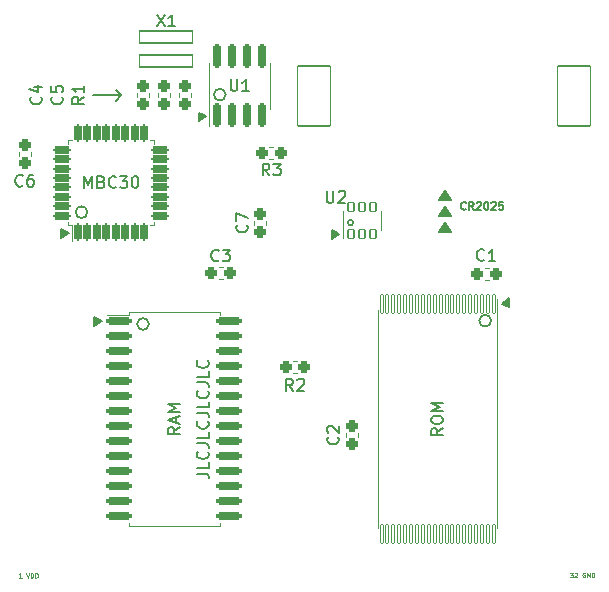
<source format=gbr>
G04 #@! TF.GenerationSoftware,KiCad,Pcbnew,(6.0.8)*
G04 #@! TF.CreationDate,2022-12-27T12:07:26-05:00*
G04 #@! TF.ProjectId,mbc30flash,6d626333-3066-46c6-9173-682e6b696361,rev?*
G04 #@! TF.SameCoordinates,Original*
G04 #@! TF.FileFunction,Legend,Top*
G04 #@! TF.FilePolarity,Positive*
%FSLAX46Y46*%
G04 Gerber Fmt 4.6, Leading zero omitted, Abs format (unit mm)*
G04 Created by KiCad (PCBNEW (6.0.8)) date 2022-12-27 12:07:26*
%MOMM*%
%LPD*%
G01*
G04 APERTURE LIST*
G04 Aperture macros list*
%AMRoundRect*
0 Rectangle with rounded corners*
0 $1 Rounding radius*
0 $2 $3 $4 $5 $6 $7 $8 $9 X,Y pos of 4 corners*
0 Add a 4 corners polygon primitive as box body*
4,1,4,$2,$3,$4,$5,$6,$7,$8,$9,$2,$3,0*
0 Add four circle primitives for the rounded corners*
1,1,$1+$1,$2,$3*
1,1,$1+$1,$4,$5*
1,1,$1+$1,$6,$7*
1,1,$1+$1,$8,$9*
0 Add four rect primitives between the rounded corners*
20,1,$1+$1,$2,$3,$4,$5,0*
20,1,$1+$1,$4,$5,$6,$7,0*
20,1,$1+$1,$6,$7,$8,$9,0*
20,1,$1+$1,$8,$9,$2,$3,0*%
G04 Aperture macros list end*
%ADD10C,0.150000*%
%ADD11C,0.200000*%
%ADD12C,0.050800*%
%ADD13C,0.120000*%
%ADD14C,0.100000*%
%ADD15C,0.223800*%
%ADD16RoundRect,0.269550X0.218750X0.256250X-0.218750X0.256250X-0.218750X-0.256250X0.218750X-0.256250X0*%
%ADD17RoundRect,0.269550X-0.256250X0.218750X-0.256250X-0.218750X0.256250X-0.218750X0.256250X0.218750X0*%
%ADD18RoundRect,0.269550X0.256250X-0.218750X0.256250X0.218750X-0.256250X0.218750X-0.256250X-0.218750X0*%
%ADD19RoundRect,0.269550X-0.218750X-0.256250X0.218750X-0.256250X0.218750X0.256250X-0.218750X0.256250X0*%
%ADD20RoundRect,0.050800X-0.125000X0.800000X-0.125000X-0.800000X0.125000X-0.800000X0.125000X0.800000X0*%
%ADD21RoundRect,0.050800X2.275000X-0.500000X2.275000X0.500000X-2.275000X0.500000X-2.275000X-0.500000X0*%
%ADD22RoundRect,0.200800X0.150000X-0.825000X0.150000X0.825000X-0.150000X0.825000X-0.150000X-0.825000X0*%
%ADD23RoundRect,0.050800X-1.395000X-2.540000X1.395000X-2.540000X1.395000X2.540000X-1.395000X2.540000X0*%
%ADD24C,12.801600*%
%ADD25RoundRect,0.200800X-0.875000X-0.150000X0.875000X-0.150000X0.875000X0.150000X-0.875000X0.150000X0*%
%ADD26RoundRect,0.050800X0.255000X-0.350000X0.255000X0.350000X-0.255000X0.350000X-0.255000X-0.350000X0*%
%ADD27RoundRect,0.175800X0.125000X-0.625000X0.125000X0.625000X-0.125000X0.625000X-0.125000X-0.625000X0*%
%ADD28RoundRect,0.175800X0.625000X-0.125000X0.625000X0.125000X-0.625000X0.125000X-0.625000X-0.125000X0*%
%ADD29C,0.901600*%
%ADD30R,1.800000X3.300000*%
%ADD31R,1.000000X1.000000*%
%ADD32R,3.000000X1.000000*%
G04 APERTURE END LIST*
D10*
X77232541Y-99929920D02*
G75*
G03*
X77232541Y-99929920I-499141J0D01*
G01*
X106203781Y-99647980D02*
G75*
G03*
X106203781Y-99647980I-499141J0D01*
G01*
X94530677Y-91350000D02*
G75*
G03*
X94530677Y-91350000I-230677J0D01*
G01*
X83730621Y-80506600D02*
G75*
G03*
X83730621Y-80506600I-499141J0D01*
G01*
X74430380Y-80088740D02*
X74892660Y-80551020D01*
X74892660Y-80551020D02*
X74430380Y-81013300D01*
D11*
G36*
X102819200Y-90779600D02*
G01*
X101819200Y-90778538D01*
X102321356Y-90029600D01*
X102819200Y-90779600D01*
G37*
X102819200Y-90779600D02*
X101819200Y-90778538D01*
X102321356Y-90029600D01*
X102819200Y-90779600D01*
G36*
X82100000Y-82325000D02*
G01*
X81500000Y-82775000D01*
X81500000Y-82025000D01*
X82100000Y-82325000D01*
G37*
X82100000Y-82325000D02*
X81500000Y-82775000D01*
X81500000Y-82025000D01*
X82100000Y-82325000D01*
G36*
X107700000Y-98500000D02*
G01*
X107100000Y-98200000D01*
X107700000Y-97750000D01*
X107700000Y-98500000D01*
G37*
X107700000Y-98500000D02*
X107100000Y-98200000D01*
X107700000Y-97750000D01*
X107700000Y-98500000D01*
G36*
X93350000Y-92275000D02*
G01*
X92750000Y-92725000D01*
X92750000Y-91975000D01*
X93350000Y-92275000D01*
G37*
X93350000Y-92275000D02*
X92750000Y-92725000D01*
X92750000Y-91975000D01*
X93350000Y-92275000D01*
D10*
X72538080Y-80551020D02*
X74892660Y-80551020D01*
X72023001Y-90462100D02*
G75*
G03*
X72023001Y-90462100I-499141J0D01*
G01*
D11*
G36*
X102829336Y-92132089D02*
G01*
X101829336Y-92131027D01*
X102331492Y-91382089D01*
X102829336Y-92132089D01*
G37*
X102829336Y-92132089D02*
X101829336Y-92131027D01*
X102331492Y-91382089D01*
X102829336Y-92132089D01*
G36*
X73220000Y-99660000D02*
G01*
X72620000Y-100110000D01*
X72620000Y-99360000D01*
X73220000Y-99660000D01*
G37*
X73220000Y-99660000D02*
X72620000Y-100110000D01*
X72620000Y-99360000D01*
X73220000Y-99660000D01*
G36*
X70425000Y-92200000D02*
G01*
X69825000Y-92650000D01*
X69825000Y-91900000D01*
X70425000Y-92200000D01*
G37*
X70425000Y-92200000D02*
X69825000Y-92650000D01*
X69825000Y-91900000D01*
X70425000Y-92200000D01*
G36*
X102809064Y-89427111D02*
G01*
X101809064Y-89426049D01*
X102311220Y-88677111D01*
X102809064Y-89427111D01*
G37*
X102809064Y-89427111D02*
X101809064Y-89426049D01*
X102311220Y-88677111D01*
X102809064Y-89427111D01*
D10*
X81293720Y-112586827D02*
X82008006Y-112586827D01*
X82150863Y-112634446D01*
X82246101Y-112729684D01*
X82293720Y-112872541D01*
X82293720Y-112967780D01*
X82293720Y-111634446D02*
X82293720Y-112110637D01*
X81293720Y-112110637D01*
X82198482Y-110729684D02*
X82246101Y-110777303D01*
X82293720Y-110920160D01*
X82293720Y-111015399D01*
X82246101Y-111158256D01*
X82150863Y-111253494D01*
X82055625Y-111301113D01*
X81865149Y-111348732D01*
X81722292Y-111348732D01*
X81531816Y-111301113D01*
X81436578Y-111253494D01*
X81341340Y-111158256D01*
X81293720Y-111015399D01*
X81293720Y-110920160D01*
X81341340Y-110777303D01*
X81388959Y-110729684D01*
X81293720Y-110015399D02*
X82008006Y-110015399D01*
X82150863Y-110063018D01*
X82246101Y-110158256D01*
X82293720Y-110301113D01*
X82293720Y-110396351D01*
X82293720Y-109063018D02*
X82293720Y-109539208D01*
X81293720Y-109539208D01*
X82198482Y-108158256D02*
X82246101Y-108205875D01*
X82293720Y-108348732D01*
X82293720Y-108443970D01*
X82246101Y-108586827D01*
X82150863Y-108682065D01*
X82055625Y-108729684D01*
X81865149Y-108777303D01*
X81722292Y-108777303D01*
X81531816Y-108729684D01*
X81436578Y-108682065D01*
X81341340Y-108586827D01*
X81293720Y-108443970D01*
X81293720Y-108348732D01*
X81341340Y-108205875D01*
X81388959Y-108158256D01*
X81293720Y-107443970D02*
X82008006Y-107443970D01*
X82150863Y-107491589D01*
X82246101Y-107586827D01*
X82293720Y-107729684D01*
X82293720Y-107824922D01*
X82293720Y-106491589D02*
X82293720Y-106967780D01*
X81293720Y-106967780D01*
X82198482Y-105586827D02*
X82246101Y-105634446D01*
X82293720Y-105777303D01*
X82293720Y-105872541D01*
X82246101Y-106015399D01*
X82150863Y-106110637D01*
X82055625Y-106158256D01*
X81865149Y-106205875D01*
X81722292Y-106205875D01*
X81531816Y-106158256D01*
X81436578Y-106110637D01*
X81341340Y-106015399D01*
X81293720Y-105872541D01*
X81293720Y-105777303D01*
X81341340Y-105634446D01*
X81388959Y-105586827D01*
X81293720Y-104872541D02*
X82008006Y-104872541D01*
X82150863Y-104920160D01*
X82246101Y-105015399D01*
X82293720Y-105158256D01*
X82293720Y-105253494D01*
X82293720Y-103920160D02*
X82293720Y-104396351D01*
X81293720Y-104396351D01*
X82198482Y-103015399D02*
X82246101Y-103063018D01*
X82293720Y-103205875D01*
X82293720Y-103301113D01*
X82246101Y-103443970D01*
X82150863Y-103539208D01*
X82055625Y-103586827D01*
X81865149Y-103634446D01*
X81722292Y-103634446D01*
X81531816Y-103586827D01*
X81436578Y-103539208D01*
X81341340Y-103443970D01*
X81293720Y-103301113D01*
X81293720Y-103205875D01*
X81341340Y-103063018D01*
X81388959Y-103015399D01*
D12*
X66444428Y-121397357D02*
X66226714Y-121397357D01*
X66335571Y-121397357D02*
X66335571Y-121016357D01*
X66299285Y-121070785D01*
X66263000Y-121107071D01*
X66226714Y-121125214D01*
X66843571Y-121016357D02*
X66970571Y-121397357D01*
X67097571Y-121016357D01*
X67224571Y-121397357D02*
X67224571Y-121016357D01*
X67315285Y-121016357D01*
X67369714Y-121034500D01*
X67406000Y-121070785D01*
X67424142Y-121107071D01*
X67442285Y-121179642D01*
X67442285Y-121234071D01*
X67424142Y-121306642D01*
X67406000Y-121342928D01*
X67369714Y-121379214D01*
X67315285Y-121397357D01*
X67224571Y-121397357D01*
X67605571Y-121397357D02*
X67605571Y-121016357D01*
X67696285Y-121016357D01*
X67750714Y-121034500D01*
X67787000Y-121070785D01*
X67805142Y-121107071D01*
X67823285Y-121179642D01*
X67823285Y-121234071D01*
X67805142Y-121306642D01*
X67787000Y-121342928D01*
X67750714Y-121379214D01*
X67696285Y-121397357D01*
X67605571Y-121397357D01*
D10*
X105616333Y-94497142D02*
X105568714Y-94544761D01*
X105425857Y-94592380D01*
X105330619Y-94592380D01*
X105187761Y-94544761D01*
X105092523Y-94449523D01*
X105044904Y-94354285D01*
X104997285Y-94163809D01*
X104997285Y-94020952D01*
X105044904Y-93830476D01*
X105092523Y-93735238D01*
X105187761Y-93640000D01*
X105330619Y-93592380D01*
X105425857Y-93592380D01*
X105568714Y-93640000D01*
X105616333Y-93687619D01*
X106568714Y-94592380D02*
X105997285Y-94592380D01*
X106283000Y-94592380D02*
X106283000Y-93592380D01*
X106187761Y-93735238D01*
X106092523Y-93830476D01*
X105997285Y-93878095D01*
X93233142Y-109504166D02*
X93280761Y-109551785D01*
X93328380Y-109694642D01*
X93328380Y-109789880D01*
X93280761Y-109932738D01*
X93185523Y-110027976D01*
X93090285Y-110075595D01*
X92899809Y-110123214D01*
X92756952Y-110123214D01*
X92566476Y-110075595D01*
X92471238Y-110027976D01*
X92376000Y-109932738D01*
X92328380Y-109789880D01*
X92328380Y-109694642D01*
X92376000Y-109551785D01*
X92423619Y-109504166D01*
X92423619Y-109123214D02*
X92376000Y-109075595D01*
X92328380Y-108980357D01*
X92328380Y-108742261D01*
X92376000Y-108647023D01*
X92423619Y-108599404D01*
X92518857Y-108551785D01*
X92614095Y-108551785D01*
X92756952Y-108599404D01*
X93328380Y-109170833D01*
X93328380Y-108551785D01*
X68070981Y-80689766D02*
X68118600Y-80737385D01*
X68166219Y-80880242D01*
X68166219Y-80975480D01*
X68118600Y-81118338D01*
X68023362Y-81213576D01*
X67928124Y-81261195D01*
X67737648Y-81308814D01*
X67594791Y-81308814D01*
X67404315Y-81261195D01*
X67309077Y-81213576D01*
X67213839Y-81118338D01*
X67166219Y-80975480D01*
X67166219Y-80880242D01*
X67213839Y-80737385D01*
X67261458Y-80689766D01*
X67499553Y-79832623D02*
X68166219Y-79832623D01*
X67118600Y-80070719D02*
X67832886Y-80308814D01*
X67832886Y-79689766D01*
X69861061Y-80689766D02*
X69908680Y-80737385D01*
X69956299Y-80880242D01*
X69956299Y-80975480D01*
X69908680Y-81118338D01*
X69813442Y-81213576D01*
X69718204Y-81261195D01*
X69527728Y-81308814D01*
X69384871Y-81308814D01*
X69194395Y-81261195D01*
X69099157Y-81213576D01*
X69003919Y-81118338D01*
X68956299Y-80975480D01*
X68956299Y-80880242D01*
X69003919Y-80737385D01*
X69051538Y-80689766D01*
X68956299Y-79785004D02*
X68956299Y-80261195D01*
X69432490Y-80308814D01*
X69384871Y-80261195D01*
X69337252Y-80165957D01*
X69337252Y-79927861D01*
X69384871Y-79832623D01*
X69432490Y-79785004D01*
X69527728Y-79737385D01*
X69765823Y-79737385D01*
X69861061Y-79785004D01*
X69908680Y-79832623D01*
X69956299Y-79927861D01*
X69956299Y-80165957D01*
X69908680Y-80261195D01*
X69861061Y-80308814D01*
X85527142Y-91548266D02*
X85574761Y-91595885D01*
X85622380Y-91738742D01*
X85622380Y-91833980D01*
X85574761Y-91976838D01*
X85479523Y-92072076D01*
X85384285Y-92119695D01*
X85193809Y-92167314D01*
X85050952Y-92167314D01*
X84860476Y-92119695D01*
X84765238Y-92072076D01*
X84670000Y-91976838D01*
X84622380Y-91833980D01*
X84622380Y-91738742D01*
X84670000Y-91595885D01*
X84717619Y-91548266D01*
X84622380Y-91214933D02*
X84622380Y-90548266D01*
X85622380Y-90976838D01*
X89420833Y-105576380D02*
X89087500Y-105100190D01*
X88849404Y-105576380D02*
X88849404Y-104576380D01*
X89230357Y-104576380D01*
X89325595Y-104624000D01*
X89373214Y-104671619D01*
X89420833Y-104766857D01*
X89420833Y-104909714D01*
X89373214Y-105004952D01*
X89325595Y-105052571D01*
X89230357Y-105100190D01*
X88849404Y-105100190D01*
X89801785Y-104671619D02*
X89849404Y-104624000D01*
X89944642Y-104576380D01*
X90182738Y-104576380D01*
X90277976Y-104624000D01*
X90325595Y-104671619D01*
X90373214Y-104766857D01*
X90373214Y-104862095D01*
X90325595Y-105004952D01*
X89754166Y-105576380D01*
X90373214Y-105576380D01*
X87431133Y-87353380D02*
X87097800Y-86877190D01*
X86859704Y-87353380D02*
X86859704Y-86353380D01*
X87240657Y-86353380D01*
X87335895Y-86401000D01*
X87383514Y-86448619D01*
X87431133Y-86543857D01*
X87431133Y-86686714D01*
X87383514Y-86781952D01*
X87335895Y-86829571D01*
X87240657Y-86877190D01*
X86859704Y-86877190D01*
X87764466Y-86353380D02*
X88383514Y-86353380D01*
X88050180Y-86734333D01*
X88193038Y-86734333D01*
X88288276Y-86781952D01*
X88335895Y-86829571D01*
X88383514Y-86924809D01*
X88383514Y-87162904D01*
X88335895Y-87258142D01*
X88288276Y-87305761D01*
X88193038Y-87353380D01*
X87907323Y-87353380D01*
X87812085Y-87305761D01*
X87764466Y-87258142D01*
X102133660Y-108755714D02*
X101657470Y-109089047D01*
X102133660Y-109327142D02*
X101133660Y-109327142D01*
X101133660Y-108946190D01*
X101181280Y-108850952D01*
X101228899Y-108803333D01*
X101324137Y-108755714D01*
X101466994Y-108755714D01*
X101562232Y-108803333D01*
X101609851Y-108850952D01*
X101657470Y-108946190D01*
X101657470Y-109327142D01*
X101133660Y-108136666D02*
X101133660Y-107946190D01*
X101181280Y-107850952D01*
X101276518Y-107755714D01*
X101466994Y-107708095D01*
X101800327Y-107708095D01*
X101990803Y-107755714D01*
X102086041Y-107850952D01*
X102133660Y-107946190D01*
X102133660Y-108136666D01*
X102086041Y-108231904D01*
X101990803Y-108327142D01*
X101800327Y-108374761D01*
X101466994Y-108374761D01*
X101276518Y-108327142D01*
X101181280Y-108231904D01*
X101133660Y-108136666D01*
X102133660Y-107279523D02*
X101133660Y-107279523D01*
X101847946Y-106946190D01*
X101133660Y-106612857D01*
X102133660Y-106612857D01*
X77888676Y-73731180D02*
X78555342Y-74731180D01*
X78555342Y-73731180D02*
X77888676Y-74731180D01*
X79460104Y-74731180D02*
X78888676Y-74731180D01*
X79174390Y-74731180D02*
X79174390Y-73731180D01*
X79079152Y-73874038D01*
X78983914Y-73969276D01*
X78888676Y-74016895D01*
X71746379Y-80689766D02*
X71270189Y-81023100D01*
X71746379Y-81261195D02*
X70746379Y-81261195D01*
X70746379Y-80880242D01*
X70793999Y-80785004D01*
X70841618Y-80737385D01*
X70936856Y-80689766D01*
X71079713Y-80689766D01*
X71174951Y-80737385D01*
X71222570Y-80785004D01*
X71270189Y-80880242D01*
X71270189Y-81261195D01*
X71746379Y-79737385D02*
X71746379Y-80308814D01*
X71746379Y-80023100D02*
X70746379Y-80023100D01*
X70889237Y-80118338D01*
X70984475Y-80213576D01*
X71032094Y-80308814D01*
X84142675Y-79200780D02*
X84142675Y-80010304D01*
X84190294Y-80105542D01*
X84237913Y-80153161D01*
X84333151Y-80200780D01*
X84523627Y-80200780D01*
X84618865Y-80153161D01*
X84666484Y-80105542D01*
X84714103Y-80010304D01*
X84714103Y-79200780D01*
X85714103Y-80200780D02*
X85142675Y-80200780D01*
X85428389Y-80200780D02*
X85428389Y-79200780D01*
X85333151Y-79343638D01*
X85237913Y-79438876D01*
X85142675Y-79486495D01*
X104069657Y-90185285D02*
X104038285Y-90216657D01*
X103944171Y-90248028D01*
X103881428Y-90248028D01*
X103787314Y-90216657D01*
X103724571Y-90153914D01*
X103693200Y-90091171D01*
X103661828Y-89965685D01*
X103661828Y-89871571D01*
X103693200Y-89746085D01*
X103724571Y-89683342D01*
X103787314Y-89620600D01*
X103881428Y-89589228D01*
X103944171Y-89589228D01*
X104038285Y-89620600D01*
X104069657Y-89651971D01*
X104728457Y-90248028D02*
X104508857Y-89934314D01*
X104352000Y-90248028D02*
X104352000Y-89589228D01*
X104602971Y-89589228D01*
X104665714Y-89620600D01*
X104697085Y-89651971D01*
X104728457Y-89714714D01*
X104728457Y-89808828D01*
X104697085Y-89871571D01*
X104665714Y-89902942D01*
X104602971Y-89934314D01*
X104352000Y-89934314D01*
X104979428Y-89651971D02*
X105010800Y-89620600D01*
X105073542Y-89589228D01*
X105230400Y-89589228D01*
X105293142Y-89620600D01*
X105324514Y-89651971D01*
X105355885Y-89714714D01*
X105355885Y-89777457D01*
X105324514Y-89871571D01*
X104948057Y-90248028D01*
X105355885Y-90248028D01*
X105763714Y-89589228D02*
X105826457Y-89589228D01*
X105889200Y-89620600D01*
X105920571Y-89651971D01*
X105951942Y-89714714D01*
X105983314Y-89840200D01*
X105983314Y-89997057D01*
X105951942Y-90122542D01*
X105920571Y-90185285D01*
X105889200Y-90216657D01*
X105826457Y-90248028D01*
X105763714Y-90248028D01*
X105700971Y-90216657D01*
X105669600Y-90185285D01*
X105638228Y-90122542D01*
X105606857Y-89997057D01*
X105606857Y-89840200D01*
X105638228Y-89714714D01*
X105669600Y-89651971D01*
X105700971Y-89620600D01*
X105763714Y-89589228D01*
X106234285Y-89651971D02*
X106265657Y-89620600D01*
X106328400Y-89589228D01*
X106485257Y-89589228D01*
X106548000Y-89620600D01*
X106579371Y-89651971D01*
X106610742Y-89714714D01*
X106610742Y-89777457D01*
X106579371Y-89871571D01*
X106202914Y-90248028D01*
X106610742Y-90248028D01*
X107206800Y-89589228D02*
X106893085Y-89589228D01*
X106861714Y-89902942D01*
X106893085Y-89871571D01*
X106955828Y-89840200D01*
X107112685Y-89840200D01*
X107175428Y-89871571D01*
X107206800Y-89902942D01*
X107238171Y-89965685D01*
X107238171Y-90122542D01*
X107206800Y-90185285D01*
X107175428Y-90216657D01*
X107112685Y-90248028D01*
X106955828Y-90248028D01*
X106893085Y-90216657D01*
X106861714Y-90185285D01*
X79842780Y-108660796D02*
X79366590Y-108994129D01*
X79842780Y-109232224D02*
X78842780Y-109232224D01*
X78842780Y-108851272D01*
X78890400Y-108756034D01*
X78938019Y-108708415D01*
X79033257Y-108660796D01*
X79176114Y-108660796D01*
X79271352Y-108708415D01*
X79318971Y-108756034D01*
X79366590Y-108851272D01*
X79366590Y-109232224D01*
X79557066Y-108279843D02*
X79557066Y-107803653D01*
X79842780Y-108375081D02*
X78842780Y-108041748D01*
X79842780Y-107708415D01*
X79842780Y-107375081D02*
X78842780Y-107375081D01*
X79557066Y-107041748D01*
X78842780Y-106708415D01*
X79842780Y-106708415D01*
X92288095Y-88652380D02*
X92288095Y-89461904D01*
X92335714Y-89557142D01*
X92383333Y-89604761D01*
X92478571Y-89652380D01*
X92669047Y-89652380D01*
X92764285Y-89604761D01*
X92811904Y-89557142D01*
X92859523Y-89461904D01*
X92859523Y-88652380D01*
X93288095Y-88747619D02*
X93335714Y-88700000D01*
X93430952Y-88652380D01*
X93669047Y-88652380D01*
X93764285Y-88700000D01*
X93811904Y-88747619D01*
X93859523Y-88842857D01*
X93859523Y-88938095D01*
X93811904Y-89080952D01*
X93240476Y-89652380D01*
X93859523Y-89652380D01*
X66546433Y-88192882D02*
X66498814Y-88240501D01*
X66355957Y-88288120D01*
X66260719Y-88288120D01*
X66117861Y-88240501D01*
X66022623Y-88145263D01*
X65975004Y-88050025D01*
X65927385Y-87859549D01*
X65927385Y-87716692D01*
X65975004Y-87526216D01*
X66022623Y-87430978D01*
X66117861Y-87335740D01*
X66260719Y-87288120D01*
X66355957Y-87288120D01*
X66498814Y-87335740D01*
X66546433Y-87383359D01*
X67403576Y-87288120D02*
X67213100Y-87288120D01*
X67117861Y-87335740D01*
X67070242Y-87383359D01*
X66975004Y-87526216D01*
X66927385Y-87716692D01*
X66927385Y-88097644D01*
X66975004Y-88192882D01*
X67022623Y-88240501D01*
X67117861Y-88288120D01*
X67308338Y-88288120D01*
X67403576Y-88240501D01*
X67451195Y-88192882D01*
X67498814Y-88097644D01*
X67498814Y-87859549D01*
X67451195Y-87764311D01*
X67403576Y-87716692D01*
X67308338Y-87669073D01*
X67117861Y-87669073D01*
X67022623Y-87716692D01*
X66975004Y-87764311D01*
X66927385Y-87859549D01*
X71727345Y-88415080D02*
X71727345Y-87415080D01*
X72060679Y-88129366D01*
X72394012Y-87415080D01*
X72394012Y-88415080D01*
X73203536Y-87891271D02*
X73346393Y-87938890D01*
X73394012Y-87986509D01*
X73441631Y-88081747D01*
X73441631Y-88224604D01*
X73394012Y-88319842D01*
X73346393Y-88367461D01*
X73251155Y-88415080D01*
X72870202Y-88415080D01*
X72870202Y-87415080D01*
X73203536Y-87415080D01*
X73298774Y-87462700D01*
X73346393Y-87510319D01*
X73394012Y-87605557D01*
X73394012Y-87700795D01*
X73346393Y-87796033D01*
X73298774Y-87843652D01*
X73203536Y-87891271D01*
X72870202Y-87891271D01*
X74441631Y-88319842D02*
X74394012Y-88367461D01*
X74251155Y-88415080D01*
X74155917Y-88415080D01*
X74013060Y-88367461D01*
X73917821Y-88272223D01*
X73870202Y-88176985D01*
X73822583Y-87986509D01*
X73822583Y-87843652D01*
X73870202Y-87653176D01*
X73917821Y-87557938D01*
X74013060Y-87462700D01*
X74155917Y-87415080D01*
X74251155Y-87415080D01*
X74394012Y-87462700D01*
X74441631Y-87510319D01*
X74774964Y-87415080D02*
X75394012Y-87415080D01*
X75060679Y-87796033D01*
X75203536Y-87796033D01*
X75298774Y-87843652D01*
X75346393Y-87891271D01*
X75394012Y-87986509D01*
X75394012Y-88224604D01*
X75346393Y-88319842D01*
X75298774Y-88367461D01*
X75203536Y-88415080D01*
X74917821Y-88415080D01*
X74822583Y-88367461D01*
X74774964Y-88319842D01*
X76013060Y-87415080D02*
X76108298Y-87415080D01*
X76203536Y-87462700D01*
X76251155Y-87510319D01*
X76298774Y-87605557D01*
X76346393Y-87796033D01*
X76346393Y-88034128D01*
X76298774Y-88224604D01*
X76251155Y-88319842D01*
X76203536Y-88367461D01*
X76108298Y-88415080D01*
X76013060Y-88415080D01*
X75917821Y-88367461D01*
X75870202Y-88319842D01*
X75822583Y-88224604D01*
X75774964Y-88034128D01*
X75774964Y-87796033D01*
X75822583Y-87605557D01*
X75870202Y-87510319D01*
X75917821Y-87462700D01*
X76013060Y-87415080D01*
X83145333Y-94535242D02*
X83097714Y-94582861D01*
X82954857Y-94630480D01*
X82859619Y-94630480D01*
X82716761Y-94582861D01*
X82621523Y-94487623D01*
X82573904Y-94392385D01*
X82526285Y-94201909D01*
X82526285Y-94059052D01*
X82573904Y-93868576D01*
X82621523Y-93773338D01*
X82716761Y-93678100D01*
X82859619Y-93630480D01*
X82954857Y-93630480D01*
X83097714Y-93678100D01*
X83145333Y-93725719D01*
X83478666Y-93630480D02*
X84097714Y-93630480D01*
X83764380Y-94011433D01*
X83907238Y-94011433D01*
X84002476Y-94059052D01*
X84050095Y-94106671D01*
X84097714Y-94201909D01*
X84097714Y-94440004D01*
X84050095Y-94535242D01*
X84002476Y-94582861D01*
X83907238Y-94630480D01*
X83621523Y-94630480D01*
X83526285Y-94582861D01*
X83478666Y-94535242D01*
D12*
X112890857Y-120991357D02*
X113126714Y-120991357D01*
X112999714Y-121136500D01*
X113054142Y-121136500D01*
X113090428Y-121154642D01*
X113108571Y-121172785D01*
X113126714Y-121209071D01*
X113126714Y-121299785D01*
X113108571Y-121336071D01*
X113090428Y-121354214D01*
X113054142Y-121372357D01*
X112945285Y-121372357D01*
X112909000Y-121354214D01*
X112890857Y-121336071D01*
X113271857Y-121027642D02*
X113290000Y-121009500D01*
X113326285Y-120991357D01*
X113417000Y-120991357D01*
X113453285Y-121009500D01*
X113471428Y-121027642D01*
X113489571Y-121063928D01*
X113489571Y-121100214D01*
X113471428Y-121154642D01*
X113253714Y-121372357D01*
X113489571Y-121372357D01*
X114142714Y-121009500D02*
X114106428Y-120991357D01*
X114052000Y-120991357D01*
X113997571Y-121009500D01*
X113961285Y-121045785D01*
X113943142Y-121082071D01*
X113925000Y-121154642D01*
X113925000Y-121209071D01*
X113943142Y-121281642D01*
X113961285Y-121317928D01*
X113997571Y-121354214D01*
X114052000Y-121372357D01*
X114088285Y-121372357D01*
X114142714Y-121354214D01*
X114160857Y-121336071D01*
X114160857Y-121209071D01*
X114088285Y-121209071D01*
X114324142Y-121372357D02*
X114324142Y-120991357D01*
X114541857Y-121372357D01*
X114541857Y-120991357D01*
X114723285Y-121372357D02*
X114723285Y-120991357D01*
X114814000Y-120991357D01*
X114868428Y-121009500D01*
X114904714Y-121045785D01*
X114922857Y-121082071D01*
X114941000Y-121154642D01*
X114941000Y-121209071D01*
X114922857Y-121281642D01*
X114904714Y-121317928D01*
X114868428Y-121354214D01*
X114814000Y-121372357D01*
X114723285Y-121372357D01*
D10*
D13*
X105996779Y-95154000D02*
X105671221Y-95154000D01*
X105996779Y-96174000D02*
X105671221Y-96174000D01*
X93890000Y-109174721D02*
X93890000Y-109500279D01*
X94910000Y-109174721D02*
X94910000Y-109500279D01*
X76216500Y-80360321D02*
X76216500Y-80685879D01*
X77236500Y-80360321D02*
X77236500Y-80685879D01*
X78002200Y-80685879D02*
X78002200Y-80360321D01*
X79022200Y-80685879D02*
X79022200Y-80360321D01*
X87110000Y-91544379D02*
X87110000Y-91218821D01*
X86090000Y-91544379D02*
X86090000Y-91218821D01*
X89424721Y-104110000D02*
X89750279Y-104110000D01*
X89424721Y-103090000D02*
X89750279Y-103090000D01*
X87760579Y-84961000D02*
X87435021Y-84961000D01*
X87760579Y-85981000D02*
X87435021Y-85981000D01*
D14*
X106701000Y-117170000D02*
X106701000Y-97770000D01*
D13*
X96661000Y-98770000D02*
X96661000Y-117170000D01*
X80812200Y-80685879D02*
X80812200Y-80360321D01*
X79792200Y-80685879D02*
X79792200Y-80360321D01*
X82345300Y-79748400D02*
X82345300Y-83198400D01*
X87465300Y-79748400D02*
X87465300Y-77798400D01*
X87465300Y-79748400D02*
X87465300Y-81698400D01*
X82345300Y-79748400D02*
X82345300Y-77798400D01*
X83250400Y-117030000D02*
X83250400Y-116785000D01*
X75530400Y-99155000D02*
X73715400Y-99155000D01*
X79390400Y-98910000D02*
X75530400Y-98910000D01*
X79390400Y-98910000D02*
X83250400Y-98910000D01*
X83250400Y-98910000D02*
X83250400Y-99155000D01*
X79390400Y-117030000D02*
X75530400Y-117030000D01*
X75530400Y-117030000D02*
X75530400Y-116785000D01*
X75530400Y-98910000D02*
X75530400Y-99155000D01*
X79390400Y-117030000D02*
X83250400Y-117030000D01*
X93650000Y-90350000D02*
X93650000Y-92650000D01*
X96850000Y-91950000D02*
X96850000Y-90350000D01*
X66203100Y-85697279D02*
X66203100Y-85371721D01*
X67223100Y-85697279D02*
X67223100Y-85371721D01*
X77623100Y-84352700D02*
X77323100Y-84352700D01*
X77623100Y-91272700D02*
X77623100Y-91572700D01*
X70403100Y-91272700D02*
X70403100Y-91572700D01*
X70403100Y-91572700D02*
X70703100Y-91572700D01*
X70403100Y-84652700D02*
X70403100Y-84352700D01*
X70703100Y-91572700D02*
X70703100Y-92887700D01*
X77623100Y-91572700D02*
X77323100Y-91572700D01*
X77623100Y-84652700D02*
X77623100Y-84352700D01*
X70403100Y-84352700D02*
X70703100Y-84352700D01*
X83149221Y-95098100D02*
X83474779Y-95098100D01*
X83149221Y-96118100D02*
X83474779Y-96118100D01*
%LPC*%
D10*
X91879789Y-84720000D02*
G75*
G03*
X91879789Y-84720000I-566789J0D01*
G01*
X102856789Y-72620000D02*
G75*
G03*
X102856789Y-72620000I-566789J0D01*
G01*
X113816789Y-84720000D02*
G75*
G03*
X113816789Y-84720000I-566789J0D01*
G01*
X102029028Y-72647057D02*
X102530971Y-72647057D01*
X91059028Y-84722057D02*
X91560971Y-84722057D01*
X91310000Y-84973028D02*
X91310000Y-84471085D01*
D15*
X67391238Y-72120023D02*
X67391238Y-71081023D01*
X67737571Y-71823166D01*
X68083904Y-71081023D01*
X68083904Y-72120023D01*
X68924999Y-71575785D02*
X69073428Y-71625261D01*
X69122904Y-71674738D01*
X69172380Y-71773690D01*
X69172380Y-71922119D01*
X69122904Y-72021071D01*
X69073428Y-72070547D01*
X68974476Y-72120023D01*
X68578666Y-72120023D01*
X68578666Y-71081023D01*
X68924999Y-71081023D01*
X69023952Y-71130500D01*
X69073428Y-71179976D01*
X69122904Y-71278928D01*
X69122904Y-71377880D01*
X69073428Y-71476833D01*
X69023952Y-71526309D01*
X68924999Y-71575785D01*
X68578666Y-71575785D01*
X70211380Y-72021071D02*
X70161904Y-72070547D01*
X70013476Y-72120023D01*
X69914523Y-72120023D01*
X69766095Y-72070547D01*
X69667142Y-71971595D01*
X69617666Y-71872642D01*
X69568190Y-71674738D01*
X69568190Y-71526309D01*
X69617666Y-71328404D01*
X69667142Y-71229452D01*
X69766095Y-71130500D01*
X69914523Y-71081023D01*
X70013476Y-71081023D01*
X70161904Y-71130500D01*
X70211380Y-71179976D01*
X70557714Y-71081023D02*
X71200904Y-71081023D01*
X70854571Y-71476833D01*
X71002999Y-71476833D01*
X71101952Y-71526309D01*
X71151428Y-71575785D01*
X71200904Y-71674738D01*
X71200904Y-71922119D01*
X71151428Y-72021071D01*
X71101952Y-72070547D01*
X71002999Y-72120023D01*
X70706142Y-72120023D01*
X70607190Y-72070547D01*
X70557714Y-72021071D01*
X71844095Y-71081023D02*
X71943047Y-71081023D01*
X72041999Y-71130500D01*
X72091476Y-71179976D01*
X72140952Y-71278928D01*
X72190428Y-71476833D01*
X72190428Y-71724214D01*
X72140952Y-71922119D01*
X72091476Y-72021071D01*
X72041999Y-72070547D01*
X71943047Y-72120023D01*
X71844095Y-72120023D01*
X71745142Y-72070547D01*
X71695666Y-72021071D01*
X71646190Y-71922119D01*
X71596714Y-71724214D01*
X71596714Y-71476833D01*
X71646190Y-71278928D01*
X71695666Y-71179976D01*
X71745142Y-71130500D01*
X71844095Y-71081023D01*
X72635714Y-71724214D02*
X73427333Y-71724214D01*
X74268428Y-71575785D02*
X73922095Y-71575785D01*
X73922095Y-72120023D02*
X73922095Y-71081023D01*
X74416857Y-71081023D01*
X74961095Y-72120023D02*
X74862142Y-72070547D01*
X74812666Y-71971595D01*
X74812666Y-71081023D01*
X75802190Y-72120023D02*
X75802190Y-71575785D01*
X75752714Y-71476833D01*
X75653761Y-71427357D01*
X75455857Y-71427357D01*
X75356904Y-71476833D01*
X75802190Y-72070547D02*
X75703238Y-72120023D01*
X75455857Y-72120023D01*
X75356904Y-72070547D01*
X75307428Y-71971595D01*
X75307428Y-71872642D01*
X75356904Y-71773690D01*
X75455857Y-71724214D01*
X75703238Y-71724214D01*
X75802190Y-71674738D01*
X76247476Y-72070547D02*
X76346428Y-72120023D01*
X76544333Y-72120023D01*
X76643285Y-72070547D01*
X76692761Y-71971595D01*
X76692761Y-71922119D01*
X76643285Y-71823166D01*
X76544333Y-71773690D01*
X76395904Y-71773690D01*
X76296952Y-71724214D01*
X76247476Y-71625261D01*
X76247476Y-71575785D01*
X76296952Y-71476833D01*
X76395904Y-71427357D01*
X76544333Y-71427357D01*
X76643285Y-71476833D01*
X77138047Y-72120023D02*
X77138047Y-71081023D01*
X77583333Y-72120023D02*
X77583333Y-71575785D01*
X77533857Y-71476833D01*
X77434904Y-71427357D01*
X77286476Y-71427357D01*
X77187523Y-71476833D01*
X77138047Y-71526309D01*
X78078095Y-71724214D02*
X78869714Y-71724214D01*
X79562380Y-71081023D02*
X79661333Y-71081023D01*
X79760285Y-71130500D01*
X79809761Y-71179976D01*
X79859238Y-71278928D01*
X79908714Y-71476833D01*
X79908714Y-71724214D01*
X79859238Y-71922119D01*
X79809761Y-72021071D01*
X79760285Y-72070547D01*
X79661333Y-72120023D01*
X79562380Y-72120023D01*
X79463428Y-72070547D01*
X79413952Y-72021071D01*
X79364476Y-71922119D01*
X79315000Y-71724214D01*
X79315000Y-71476833D01*
X79364476Y-71278928D01*
X79413952Y-71179976D01*
X79463428Y-71130500D01*
X79562380Y-71081023D01*
X80898238Y-72120023D02*
X80304523Y-72120023D01*
X80601380Y-72120023D02*
X80601380Y-71081023D01*
X80502428Y-71229452D01*
X80403476Y-71328404D01*
X80304523Y-71377880D01*
D10*
X112999028Y-84717057D02*
X113500971Y-84717057D01*
X113250000Y-84968028D02*
X113250000Y-84466085D01*
D14*
X109127380Y-112761904D02*
X108975000Y-112761904D01*
X108898809Y-112800000D01*
X108860714Y-112838095D01*
X108784523Y-112952380D01*
X108746428Y-113104761D01*
X108746428Y-113409523D01*
X108784523Y-113485714D01*
X108822619Y-113523809D01*
X108898809Y-113561904D01*
X109051190Y-113561904D01*
X109127380Y-113523809D01*
X109165476Y-113485714D01*
X109203571Y-113409523D01*
X109203571Y-113219047D01*
X109165476Y-113142857D01*
X109127380Y-113104761D01*
X109051190Y-113066666D01*
X108898809Y-113066666D01*
X108822619Y-113104761D01*
X108784523Y-113142857D01*
X108746428Y-113219047D01*
X114583333Y-106436904D02*
X115116666Y-106436904D01*
X114773809Y-107236904D01*
D10*
X110855238Y-114260380D02*
X110760000Y-114450857D01*
X111236190Y-114355619D02*
X111283809Y-114308000D01*
X111379047Y-114260380D01*
X111617142Y-114260380D01*
X111712380Y-114308000D01*
X111760000Y-114355619D01*
X111807619Y-114450857D01*
X111807619Y-114546095D01*
X111760000Y-114688952D01*
X111188571Y-115260380D01*
X111807619Y-115260380D01*
X112188571Y-114355619D02*
X112236190Y-114308000D01*
X112331428Y-114260380D01*
X112569523Y-114260380D01*
X112664761Y-114308000D01*
X112712380Y-114355619D01*
X112760000Y-114450857D01*
X112760000Y-114546095D01*
X112712380Y-114688952D01*
X112140952Y-115260380D01*
X112760000Y-115260380D01*
D14*
X109175000Y-107311904D02*
X108775000Y-107311904D01*
X108975000Y-107311904D02*
X108975000Y-106511904D01*
X108908333Y-106626190D01*
X108841666Y-106702380D01*
X108775000Y-106740476D01*
X114647619Y-113561904D02*
X114190476Y-113561904D01*
X114419047Y-113561904D02*
X114419047Y-112761904D01*
X114342857Y-112876190D01*
X114266666Y-112952380D01*
X114190476Y-112990476D01*
X114952380Y-112838095D02*
X114990476Y-112800000D01*
X115066666Y-112761904D01*
X115257142Y-112761904D01*
X115333333Y-112800000D01*
X115371428Y-112838095D01*
X115409523Y-112914285D01*
X115409523Y-112990476D01*
X115371428Y-113104761D01*
X114914285Y-113561904D01*
X115409523Y-113561904D01*
G36*
X115056200Y-130009000D02*
G01*
X65756200Y-130009000D01*
X65756200Y-123009000D01*
X115056200Y-123009000D01*
X115056200Y-130009000D01*
G37*
G36*
X113675000Y-75675000D02*
G01*
X112675000Y-75675000D01*
X112675000Y-74675000D01*
X113675000Y-74675000D01*
X113675000Y-75675000D01*
G37*
X113675000Y-75675000D02*
X112675000Y-75675000D01*
X112675000Y-74675000D01*
X113675000Y-74675000D01*
X113675000Y-75675000D01*
D16*
X106621500Y-95664000D03*
X105046500Y-95664000D03*
D17*
X94400000Y-108550000D03*
X94400000Y-110125000D03*
X76726500Y-79735600D03*
X76726500Y-81310600D03*
D18*
X78512200Y-81310600D03*
X78512200Y-79735600D03*
X86600000Y-92169100D03*
X86600000Y-90594100D03*
D19*
X88800000Y-103600000D03*
X90375000Y-103600000D03*
D16*
X88385300Y-85471000D03*
X86810300Y-85471000D03*
D20*
X106431000Y-98220000D03*
X105931000Y-98220000D03*
X105431000Y-98220000D03*
X104931000Y-98220000D03*
X104431000Y-98220000D03*
X103931000Y-98220000D03*
X103431000Y-98220000D03*
X102931000Y-98220000D03*
X102431000Y-98220000D03*
X101931000Y-98220000D03*
X101431000Y-98220000D03*
X100931000Y-98220000D03*
X100431000Y-98220000D03*
X99931000Y-98220000D03*
X99431000Y-98220000D03*
X98931000Y-98220000D03*
X98431000Y-98220000D03*
X97931000Y-98220000D03*
X97431000Y-98220000D03*
X96931000Y-98220000D03*
X96931000Y-117720000D03*
X97431000Y-117720000D03*
X97931000Y-117720000D03*
X98431000Y-117720000D03*
X98931000Y-117720000D03*
X99431000Y-117720000D03*
X99931000Y-117720000D03*
X100431000Y-117720000D03*
X100931000Y-117720000D03*
X101431000Y-117720000D03*
X101931000Y-117720000D03*
X102431000Y-117720000D03*
X102931000Y-117720000D03*
X103431000Y-117720000D03*
X103931000Y-117720000D03*
X104431000Y-117720000D03*
X104931000Y-117720000D03*
X105431000Y-117720000D03*
X105931000Y-117720000D03*
X106431000Y-117720000D03*
D21*
X78698200Y-77668800D03*
X78698200Y-75668800D03*
D18*
X80302200Y-81310600D03*
X80302200Y-79735600D03*
D22*
X83000300Y-82223400D03*
X84270300Y-82223400D03*
X85540300Y-82223400D03*
X86810300Y-82223400D03*
X86810300Y-77273400D03*
X85540300Y-77273400D03*
X84270300Y-77273400D03*
X83000300Y-77273400D03*
D23*
X113210000Y-80634800D03*
X91240000Y-80634800D03*
D24*
X102225000Y-80634800D03*
D25*
X74740400Y-99715000D03*
X74740400Y-100985000D03*
X74740400Y-102255000D03*
X74740400Y-103525000D03*
X74740400Y-104795000D03*
X74740400Y-106065000D03*
X74740400Y-107335000D03*
X74740400Y-108605000D03*
X74740400Y-109875000D03*
X74740400Y-111145000D03*
X74740400Y-112415000D03*
X74740400Y-113685000D03*
X74740400Y-114955000D03*
X74740400Y-116225000D03*
X84040400Y-116225000D03*
X84040400Y-114955000D03*
X84040400Y-113685000D03*
X84040400Y-112415000D03*
X84040400Y-111145000D03*
X84040400Y-109875000D03*
X84040400Y-108605000D03*
X84040400Y-107335000D03*
X84040400Y-106065000D03*
X84040400Y-104795000D03*
X84040400Y-103525000D03*
X84040400Y-102255000D03*
X84040400Y-100985000D03*
X84040400Y-99715000D03*
D26*
X94300000Y-92310000D03*
X95250000Y-92310000D03*
X96200000Y-92310000D03*
X96200000Y-89990000D03*
X95250000Y-89990000D03*
X94300000Y-89990000D03*
D18*
X66713100Y-86322000D03*
X66713100Y-84747000D03*
D27*
X71213100Y-92137700D03*
X72013100Y-92137700D03*
X72813100Y-92137700D03*
X73613100Y-92137700D03*
X74413100Y-92137700D03*
X75213100Y-92137700D03*
X76013100Y-92137700D03*
X76813100Y-92137700D03*
D28*
X78188100Y-90762700D03*
X78188100Y-89962700D03*
X78188100Y-89162700D03*
X78188100Y-88362700D03*
X78188100Y-87562700D03*
X78188100Y-86762700D03*
X78188100Y-85962700D03*
X78188100Y-85162700D03*
D27*
X76813100Y-83787700D03*
X76013100Y-83787700D03*
X75213100Y-83787700D03*
X74413100Y-83787700D03*
X73613100Y-83787700D03*
X72813100Y-83787700D03*
X72013100Y-83787700D03*
X71213100Y-83787700D03*
D28*
X69838100Y-85162700D03*
X69838100Y-85962700D03*
X69838100Y-86762700D03*
X69838100Y-87562700D03*
X69838100Y-88362700D03*
X69838100Y-89162700D03*
X69838100Y-89962700D03*
X69838100Y-90762700D03*
D19*
X82524500Y-95608100D03*
X84099500Y-95608100D03*
D29*
X66906200Y-122509000D03*
X68656200Y-122509000D03*
X70156200Y-122509000D03*
X71656200Y-122509000D03*
X73156200Y-122509000D03*
X74656200Y-122509000D03*
X76156200Y-122509000D03*
X77656200Y-122509000D03*
X79156200Y-122509000D03*
X80656200Y-122509000D03*
X82156200Y-122509000D03*
X83656200Y-122509000D03*
X85156200Y-122509000D03*
X86656200Y-122509000D03*
X88156200Y-122509000D03*
X89656200Y-122509000D03*
X91156200Y-122509000D03*
X92656200Y-122509000D03*
X94156200Y-122509000D03*
X95656200Y-122509000D03*
X97156200Y-122509000D03*
X98656200Y-122509000D03*
X100156200Y-122509000D03*
X101656200Y-122509000D03*
X103156200Y-122509000D03*
X104656200Y-122509000D03*
X106156200Y-122509000D03*
X107656200Y-122509000D03*
X109156200Y-122509000D03*
X110656200Y-122509000D03*
X112156200Y-122509000D03*
X113906200Y-122509000D03*
D30*
X110850000Y-111900000D03*
X112950000Y-111900000D03*
X110850000Y-108200000D03*
X112950000Y-108200000D03*
D31*
X112175000Y-75175000D03*
D32*
X113175000Y-74175000D03*
X113175000Y-76175000D03*
D31*
X114175000Y-75175000D03*
M02*

</source>
